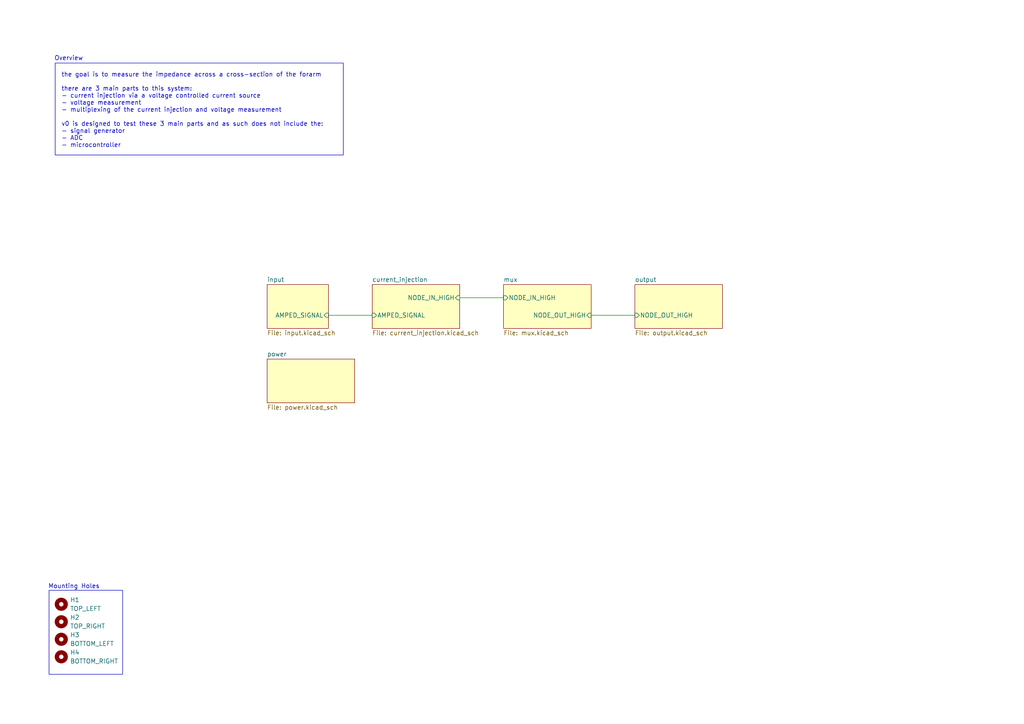
<source format=kicad_sch>
(kicad_sch (version 20231120) (generator "eeschema") (generator_version "8.0")
  (paper "A4")
  (title_block (title "hand_pose") (rev "v0"))
  (lib_symbols
    (symbol "Mechanical:MountingHole" (pin_names (offset 1.016)) (exclude_from_sim yes) (in_bom no)
      (property "Reference" "H" (at 0 5.08 0))
      (property "Value" "MountingHole" (at 0 3.175 0))
      (symbol "MountingHole_0_1"
        (circle (center 0 0) (radius 1.27) (stroke (width 1.27)))
      )
    )
  )
  (wire (pts (xy 171.45 91.44) (xy 184.15 91.44)))
  (wire (pts (xy 133.35 86.36) (xy 146.05 86.36)))
  (wire (pts (xy 95.25 91.44) (xy 107.95 91.44)))
  (rectangle (start 16.002 18.288) (end 99.568 44.958))
  (rectangle (start 14.224 171.196) (end 35.56 195.58))
  (text "the goal is to measure the impedance across a cross-section of the forarm\n\nthere are 3 main parts to this system: \n- current injection via a voltage controlled current source \n- voltage measurement \n- multiplexing of the current injection and voltage measurement\n\nv0 is designed to test these 3 main parts and as such does not include the:\n- signal generator\n- ADC \n- microcontroller \n\n" (at 17.78 33.02 0) (effects (font (size 1.27 1.27)) (justify left)))
  (text "Overview" (at 15.748 17.018 0) (effects (font (size 1.27 1.27)) (justify left)))
  (text "Mounting Holes" (at 13.97 170.18 0) (effects (font (size 1.27 1.27)) (justify left)))
  (symbol (lib_id "Mechanical:MountingHole") (at 17.78 175.26 0) (unit 1) (exclude_from_sim yes) (in_bom no)
    (property "Reference" "H1" (at 20.32 173.9899 0) (effects (justify left)))
    (property "Value" "TOP_LEFT" (at 20.32 176.5299 0) (effects (justify left)))
    (property "Footprint" "MountingHole:MountingHole_2.2mm_M2" (effects (hide yes)))
    (property "Description" "Mounting Hole without connection" (effects (hide yes)))
  )
  (symbol (lib_id "Mechanical:MountingHole") (at 17.78 190.5 0) (unit 1) (exclude_from_sim yes) (in_bom no)
    (property "Reference" "H4" (at 20.32 189.2299 0) (effects (justify left)))
    (property "Value" "BOTTOM_RIGHT" (at 20.32 191.7699 0) (effects (justify left)))
    (property "Footprint" "MountingHole:MountingHole_2.2mm_M2" (effects (hide yes)))
    (property "Description" "Mounting Hole without connection" (effects (hide yes)))
  )
  (symbol (lib_id "Mechanical:MountingHole") (at 17.78 180.34 0) (unit 1) (exclude_from_sim yes) (in_bom no)
    (property "Reference" "H2" (at 20.32 179.0699 0) (effects (justify left)))
    (property "Value" "TOP_RIGHT" (at 20.32 181.6099 0) (effects (justify left)))
    (property "Footprint" "MountingHole:MountingHole_2.2mm_M2" (effects (hide yes)))
    (property "Description" "Mounting Hole without connection" (effects (hide yes)))
  )
  (symbol (lib_id "Mechanical:MountingHole") (at 17.78 185.42 0) (unit 1) (exclude_from_sim yes) (in_bom no)
    (property "Reference" "H3" (at 20.32 184.1499 0) (effects (justify left)))
    (property "Value" "BOTTOM_LEFT" (at 20.32 186.6899 0) (effects (justify left)))
    (property "Footprint" "MountingHole:MountingHole_2.2mm_M2" (effects (hide yes)))
    (property "Description" "Mounting Hole without connection" (effects (hide yes)))
  )
  (sheet (at 77.47 82.55) (size 17.78 12.7) (stroke (width 0.1524)) (fill (color 255 255 194 1.0000))
    (property "Sheetname" "input" (at 77.47 81.8384 0) (effects (justify left bottom)))
    (property "Sheetfile" "input.kicad_sch" (at 77.47 95.8346 0) (effects (justify left top)))
    (pin "AMPED_SIGNAL" input (at 95.25 91.44 0))
  )
  (sheet (at 77.47 104.14) (size 25.4 12.7) (stroke (width 0.1524)) (fill (color 255 255 194 1.0000))
    (property "Sheetname" "power" (at 77.47 103.4284 0) (effects (justify left bottom)))
    (property "Sheetfile" "power.kicad_sch" (at 77.47 117.4246 0) (effects (justify left top)))
  )
  (sheet (at 184.15 82.55) (size 25.4 12.7) (stroke (width 0.1524)) (fill (color 255 255 194 1.0000))
    (property "Sheetname" "output" (at 184.15 81.8384 0) (effects (justify left bottom)))
    (property "Sheetfile" "output.kicad_sch" (at 184.15 95.8346 0) (effects (justify left top)))
    (pin "NODE_OUT_HIGH" input (at 184.15 91.44 180))
  )
  (sheet (at 146.05 82.55) (size 25.4 12.7) (stroke (width 0.1524)) (fill (color 255 255 194 1.0000))
    (property "Sheetname" "mux" (at 146.05 81.8384 0) (effects (justify left bottom)))
    (property "Sheetfile" "mux.kicad_sch" (at 146.05 95.8346 0) (effects (justify left top)))
    (pin "NODE_IN_HIGH" input (at 146.05 86.36 180))
    (pin "NODE_OUT_HIGH" input (at 171.45 91.44 0))
  )
  (sheet (at 107.95 82.55) (size 25.4 12.7) (stroke (width 0.1524)) (fill (color 255 255 194 1.0000))
    (property "Sheetname" "current_injection" (at 107.95 81.8384 0) (effects (justify left bottom)))
    (property "Sheetfile" "current_injection.kicad_sch" (at 107.95 95.8346 0) (effects (justify left top)))
    (pin "AMPED_SIGNAL" input (at 107.95 91.44 180))
    (pin "NODE_IN_HIGH" input (at 133.35 86.36 0))
  )
)
</source>
